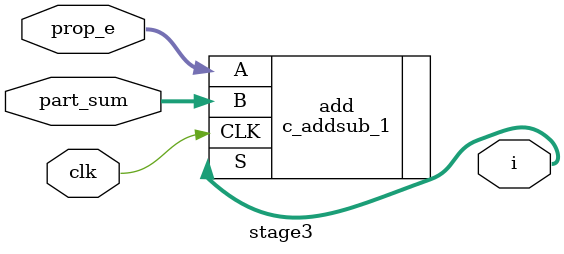
<source format=v>
`timescale 1ns / 1ps


module stage3(clk, prop_e, part_sum, i);
    input clk;
    input wire signed [31:0] prop_e, part_sum;
    output wire signed [31:0] i;
    
    c_addsub_1 add (
              .A(prop_e),       // input wire [31 : 0] A
              .B(part_sum),     // input wire [31 : 0] B
              .CLK(clk),        // input wire CLK
              .S(i)             // output wire [31 : 0] S
            );
endmodule

</source>
